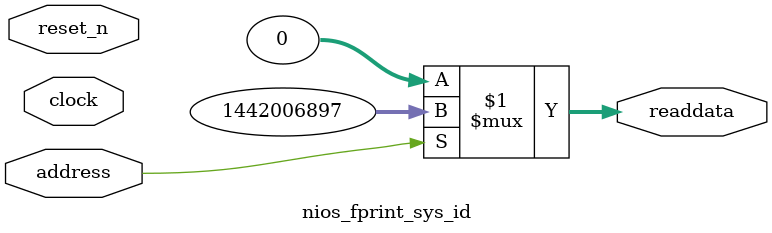
<source format=v>

`timescale 1ns / 1ps
// synthesis translate_on

// turn off superfluous verilog processor warnings 
// altera message_level Level1 
// altera message_off 10034 10035 10036 10037 10230 10240 10030 

module nios_fprint_sys_id (
               // inputs:
                address,
                clock,
                reset_n,

               // outputs:
                readdata
             )
;

  output  [ 31: 0] readdata;
  input            address;
  input            clock;
  input            reset_n;

  wire    [ 31: 0] readdata;
  //control_slave, which is an e_avalon_slave
  assign readdata = address ? 1442006897 : 0;

endmodule




</source>
